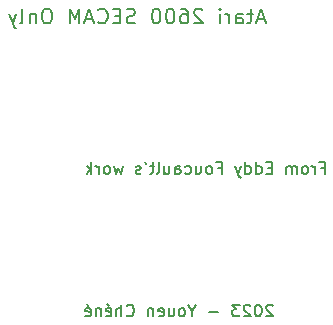
<source format=gbr>
%TF.GenerationSoftware,KiCad,Pcbnew,7.0.8*%
%TF.CreationDate,2023-10-24T07:18:53+02:00*%
%TF.ProjectId,convertisseur-video-atari-2600-secam-kit,636f6e76-6572-4746-9973-736575722d76,rev?*%
%TF.SameCoordinates,Original*%
%TF.FileFunction,Legend,Bot*%
%TF.FilePolarity,Positive*%
%FSLAX46Y46*%
G04 Gerber Fmt 4.6, Leading zero omitted, Abs format (unit mm)*
G04 Created by KiCad (PCBNEW 7.0.8) date 2023-10-24 07:18:53*
%MOMM*%
%LPD*%
G01*
G04 APERTURE LIST*
%ADD10C,0.150000*%
%ADD11C,0.200000*%
G04 APERTURE END LIST*
D10*
X109565839Y-123425057D02*
X109518220Y-123377438D01*
X109518220Y-123377438D02*
X109422982Y-123329819D01*
X109422982Y-123329819D02*
X109184887Y-123329819D01*
X109184887Y-123329819D02*
X109089649Y-123377438D01*
X109089649Y-123377438D02*
X109042030Y-123425057D01*
X109042030Y-123425057D02*
X108994411Y-123520295D01*
X108994411Y-123520295D02*
X108994411Y-123615533D01*
X108994411Y-123615533D02*
X109042030Y-123758390D01*
X109042030Y-123758390D02*
X109613458Y-124329819D01*
X109613458Y-124329819D02*
X108994411Y-124329819D01*
X108375363Y-123329819D02*
X108280125Y-123329819D01*
X108280125Y-123329819D02*
X108184887Y-123377438D01*
X108184887Y-123377438D02*
X108137268Y-123425057D01*
X108137268Y-123425057D02*
X108089649Y-123520295D01*
X108089649Y-123520295D02*
X108042030Y-123710771D01*
X108042030Y-123710771D02*
X108042030Y-123948866D01*
X108042030Y-123948866D02*
X108089649Y-124139342D01*
X108089649Y-124139342D02*
X108137268Y-124234580D01*
X108137268Y-124234580D02*
X108184887Y-124282200D01*
X108184887Y-124282200D02*
X108280125Y-124329819D01*
X108280125Y-124329819D02*
X108375363Y-124329819D01*
X108375363Y-124329819D02*
X108470601Y-124282200D01*
X108470601Y-124282200D02*
X108518220Y-124234580D01*
X108518220Y-124234580D02*
X108565839Y-124139342D01*
X108565839Y-124139342D02*
X108613458Y-123948866D01*
X108613458Y-123948866D02*
X108613458Y-123710771D01*
X108613458Y-123710771D02*
X108565839Y-123520295D01*
X108565839Y-123520295D02*
X108518220Y-123425057D01*
X108518220Y-123425057D02*
X108470601Y-123377438D01*
X108470601Y-123377438D02*
X108375363Y-123329819D01*
X107661077Y-123425057D02*
X107613458Y-123377438D01*
X107613458Y-123377438D02*
X107518220Y-123329819D01*
X107518220Y-123329819D02*
X107280125Y-123329819D01*
X107280125Y-123329819D02*
X107184887Y-123377438D01*
X107184887Y-123377438D02*
X107137268Y-123425057D01*
X107137268Y-123425057D02*
X107089649Y-123520295D01*
X107089649Y-123520295D02*
X107089649Y-123615533D01*
X107089649Y-123615533D02*
X107137268Y-123758390D01*
X107137268Y-123758390D02*
X107708696Y-124329819D01*
X107708696Y-124329819D02*
X107089649Y-124329819D01*
X106756315Y-123329819D02*
X106137268Y-123329819D01*
X106137268Y-123329819D02*
X106470601Y-123710771D01*
X106470601Y-123710771D02*
X106327744Y-123710771D01*
X106327744Y-123710771D02*
X106232506Y-123758390D01*
X106232506Y-123758390D02*
X106184887Y-123806009D01*
X106184887Y-123806009D02*
X106137268Y-123901247D01*
X106137268Y-123901247D02*
X106137268Y-124139342D01*
X106137268Y-124139342D02*
X106184887Y-124234580D01*
X106184887Y-124234580D02*
X106232506Y-124282200D01*
X106232506Y-124282200D02*
X106327744Y-124329819D01*
X106327744Y-124329819D02*
X106613458Y-124329819D01*
X106613458Y-124329819D02*
X106708696Y-124282200D01*
X106708696Y-124282200D02*
X106756315Y-124234580D01*
X104946791Y-123948866D02*
X104184887Y-123948866D01*
X102756315Y-123853628D02*
X102756315Y-124329819D01*
X103089648Y-123329819D02*
X102756315Y-123853628D01*
X102756315Y-123853628D02*
X102422982Y-123329819D01*
X101946791Y-124329819D02*
X102042029Y-124282200D01*
X102042029Y-124282200D02*
X102089648Y-124234580D01*
X102089648Y-124234580D02*
X102137267Y-124139342D01*
X102137267Y-124139342D02*
X102137267Y-123853628D01*
X102137267Y-123853628D02*
X102089648Y-123758390D01*
X102089648Y-123758390D02*
X102042029Y-123710771D01*
X102042029Y-123710771D02*
X101946791Y-123663152D01*
X101946791Y-123663152D02*
X101803934Y-123663152D01*
X101803934Y-123663152D02*
X101708696Y-123710771D01*
X101708696Y-123710771D02*
X101661077Y-123758390D01*
X101661077Y-123758390D02*
X101613458Y-123853628D01*
X101613458Y-123853628D02*
X101613458Y-124139342D01*
X101613458Y-124139342D02*
X101661077Y-124234580D01*
X101661077Y-124234580D02*
X101708696Y-124282200D01*
X101708696Y-124282200D02*
X101803934Y-124329819D01*
X101803934Y-124329819D02*
X101946791Y-124329819D01*
X100756315Y-123663152D02*
X100756315Y-124329819D01*
X101184886Y-123663152D02*
X101184886Y-124186961D01*
X101184886Y-124186961D02*
X101137267Y-124282200D01*
X101137267Y-124282200D02*
X101042029Y-124329819D01*
X101042029Y-124329819D02*
X100899172Y-124329819D01*
X100899172Y-124329819D02*
X100803934Y-124282200D01*
X100803934Y-124282200D02*
X100756315Y-124234580D01*
X99899172Y-124282200D02*
X99994410Y-124329819D01*
X99994410Y-124329819D02*
X100184886Y-124329819D01*
X100184886Y-124329819D02*
X100280124Y-124282200D01*
X100280124Y-124282200D02*
X100327743Y-124186961D01*
X100327743Y-124186961D02*
X100327743Y-123806009D01*
X100327743Y-123806009D02*
X100280124Y-123710771D01*
X100280124Y-123710771D02*
X100184886Y-123663152D01*
X100184886Y-123663152D02*
X99994410Y-123663152D01*
X99994410Y-123663152D02*
X99899172Y-123710771D01*
X99899172Y-123710771D02*
X99851553Y-123806009D01*
X99851553Y-123806009D02*
X99851553Y-123901247D01*
X99851553Y-123901247D02*
X100327743Y-123996485D01*
X99422981Y-123663152D02*
X99422981Y-124329819D01*
X99422981Y-123758390D02*
X99375362Y-123710771D01*
X99375362Y-123710771D02*
X99280124Y-123663152D01*
X99280124Y-123663152D02*
X99137267Y-123663152D01*
X99137267Y-123663152D02*
X99042029Y-123710771D01*
X99042029Y-123710771D02*
X98994410Y-123806009D01*
X98994410Y-123806009D02*
X98994410Y-124329819D01*
X97184886Y-124234580D02*
X97232505Y-124282200D01*
X97232505Y-124282200D02*
X97375362Y-124329819D01*
X97375362Y-124329819D02*
X97470600Y-124329819D01*
X97470600Y-124329819D02*
X97613457Y-124282200D01*
X97613457Y-124282200D02*
X97708695Y-124186961D01*
X97708695Y-124186961D02*
X97756314Y-124091723D01*
X97756314Y-124091723D02*
X97803933Y-123901247D01*
X97803933Y-123901247D02*
X97803933Y-123758390D01*
X97803933Y-123758390D02*
X97756314Y-123567914D01*
X97756314Y-123567914D02*
X97708695Y-123472676D01*
X97708695Y-123472676D02*
X97613457Y-123377438D01*
X97613457Y-123377438D02*
X97470600Y-123329819D01*
X97470600Y-123329819D02*
X97375362Y-123329819D01*
X97375362Y-123329819D02*
X97232505Y-123377438D01*
X97232505Y-123377438D02*
X97184886Y-123425057D01*
X96756314Y-124329819D02*
X96756314Y-123329819D01*
X96327743Y-124329819D02*
X96327743Y-123806009D01*
X96327743Y-123806009D02*
X96375362Y-123710771D01*
X96375362Y-123710771D02*
X96470600Y-123663152D01*
X96470600Y-123663152D02*
X96613457Y-123663152D01*
X96613457Y-123663152D02*
X96708695Y-123710771D01*
X96708695Y-123710771D02*
X96756314Y-123758390D01*
X95470600Y-124282200D02*
X95565838Y-124329819D01*
X95565838Y-124329819D02*
X95756314Y-124329819D01*
X95756314Y-124329819D02*
X95851552Y-124282200D01*
X95851552Y-124282200D02*
X95899171Y-124186961D01*
X95899171Y-124186961D02*
X95899171Y-123806009D01*
X95899171Y-123806009D02*
X95851552Y-123710771D01*
X95851552Y-123710771D02*
X95756314Y-123663152D01*
X95756314Y-123663152D02*
X95565838Y-123663152D01*
X95565838Y-123663152D02*
X95470600Y-123710771D01*
X95470600Y-123710771D02*
X95422981Y-123806009D01*
X95422981Y-123806009D02*
X95422981Y-123901247D01*
X95422981Y-123901247D02*
X95899171Y-123996485D01*
X95565838Y-123282200D02*
X95708695Y-123425057D01*
X94994409Y-123663152D02*
X94994409Y-124329819D01*
X94994409Y-123758390D02*
X94946790Y-123710771D01*
X94946790Y-123710771D02*
X94851552Y-123663152D01*
X94851552Y-123663152D02*
X94708695Y-123663152D01*
X94708695Y-123663152D02*
X94613457Y-123710771D01*
X94613457Y-123710771D02*
X94565838Y-123806009D01*
X94565838Y-123806009D02*
X94565838Y-124329819D01*
X93708695Y-124282200D02*
X93803933Y-124329819D01*
X93803933Y-124329819D02*
X93994409Y-124329819D01*
X93994409Y-124329819D02*
X94089647Y-124282200D01*
X94089647Y-124282200D02*
X94137266Y-124186961D01*
X94137266Y-124186961D02*
X94137266Y-123806009D01*
X94137266Y-123806009D02*
X94089647Y-123710771D01*
X94089647Y-123710771D02*
X93994409Y-123663152D01*
X93994409Y-123663152D02*
X93803933Y-123663152D01*
X93803933Y-123663152D02*
X93708695Y-123710771D01*
X93708695Y-123710771D02*
X93661076Y-123806009D01*
X93661076Y-123806009D02*
X93661076Y-123901247D01*
X93661076Y-123901247D02*
X94137266Y-123996485D01*
X93803933Y-123282200D02*
X93946790Y-123425057D01*
D11*
X108850326Y-99174480D02*
X108255088Y-99174480D01*
X108969374Y-99531623D02*
X108552707Y-98281623D01*
X108552707Y-98281623D02*
X108136041Y-99531623D01*
X107897945Y-98698290D02*
X107421754Y-98698290D01*
X107719373Y-98281623D02*
X107719373Y-99353052D01*
X107719373Y-99353052D02*
X107659850Y-99472100D01*
X107659850Y-99472100D02*
X107540802Y-99531623D01*
X107540802Y-99531623D02*
X107421754Y-99531623D01*
X106469373Y-99531623D02*
X106469373Y-98876861D01*
X106469373Y-98876861D02*
X106528897Y-98757814D01*
X106528897Y-98757814D02*
X106647945Y-98698290D01*
X106647945Y-98698290D02*
X106886040Y-98698290D01*
X106886040Y-98698290D02*
X107005087Y-98757814D01*
X106469373Y-99472100D02*
X106588421Y-99531623D01*
X106588421Y-99531623D02*
X106886040Y-99531623D01*
X106886040Y-99531623D02*
X107005087Y-99472100D01*
X107005087Y-99472100D02*
X107064611Y-99353052D01*
X107064611Y-99353052D02*
X107064611Y-99234004D01*
X107064611Y-99234004D02*
X107005087Y-99114957D01*
X107005087Y-99114957D02*
X106886040Y-99055433D01*
X106886040Y-99055433D02*
X106588421Y-99055433D01*
X106588421Y-99055433D02*
X106469373Y-98995909D01*
X105874135Y-99531623D02*
X105874135Y-98698290D01*
X105874135Y-98936385D02*
X105814612Y-98817338D01*
X105814612Y-98817338D02*
X105755088Y-98757814D01*
X105755088Y-98757814D02*
X105636040Y-98698290D01*
X105636040Y-98698290D02*
X105516993Y-98698290D01*
X105100325Y-99531623D02*
X105100325Y-98698290D01*
X105100325Y-98281623D02*
X105159849Y-98341147D01*
X105159849Y-98341147D02*
X105100325Y-98400671D01*
X105100325Y-98400671D02*
X105040802Y-98341147D01*
X105040802Y-98341147D02*
X105100325Y-98281623D01*
X105100325Y-98281623D02*
X105100325Y-98400671D01*
X103612230Y-98400671D02*
X103552706Y-98341147D01*
X103552706Y-98341147D02*
X103433659Y-98281623D01*
X103433659Y-98281623D02*
X103136040Y-98281623D01*
X103136040Y-98281623D02*
X103016992Y-98341147D01*
X103016992Y-98341147D02*
X102957468Y-98400671D01*
X102957468Y-98400671D02*
X102897945Y-98519719D01*
X102897945Y-98519719D02*
X102897945Y-98638766D01*
X102897945Y-98638766D02*
X102957468Y-98817338D01*
X102957468Y-98817338D02*
X103671754Y-99531623D01*
X103671754Y-99531623D02*
X102897945Y-99531623D01*
X101826516Y-98281623D02*
X102064611Y-98281623D01*
X102064611Y-98281623D02*
X102183659Y-98341147D01*
X102183659Y-98341147D02*
X102243183Y-98400671D01*
X102243183Y-98400671D02*
X102362230Y-98579242D01*
X102362230Y-98579242D02*
X102421754Y-98817338D01*
X102421754Y-98817338D02*
X102421754Y-99293528D01*
X102421754Y-99293528D02*
X102362230Y-99412576D01*
X102362230Y-99412576D02*
X102302707Y-99472100D01*
X102302707Y-99472100D02*
X102183659Y-99531623D01*
X102183659Y-99531623D02*
X101945564Y-99531623D01*
X101945564Y-99531623D02*
X101826516Y-99472100D01*
X101826516Y-99472100D02*
X101766992Y-99412576D01*
X101766992Y-99412576D02*
X101707469Y-99293528D01*
X101707469Y-99293528D02*
X101707469Y-98995909D01*
X101707469Y-98995909D02*
X101766992Y-98876861D01*
X101766992Y-98876861D02*
X101826516Y-98817338D01*
X101826516Y-98817338D02*
X101945564Y-98757814D01*
X101945564Y-98757814D02*
X102183659Y-98757814D01*
X102183659Y-98757814D02*
X102302707Y-98817338D01*
X102302707Y-98817338D02*
X102362230Y-98876861D01*
X102362230Y-98876861D02*
X102421754Y-98995909D01*
X100933659Y-98281623D02*
X100814612Y-98281623D01*
X100814612Y-98281623D02*
X100695564Y-98341147D01*
X100695564Y-98341147D02*
X100636040Y-98400671D01*
X100636040Y-98400671D02*
X100576516Y-98519719D01*
X100576516Y-98519719D02*
X100516993Y-98757814D01*
X100516993Y-98757814D02*
X100516993Y-99055433D01*
X100516993Y-99055433D02*
X100576516Y-99293528D01*
X100576516Y-99293528D02*
X100636040Y-99412576D01*
X100636040Y-99412576D02*
X100695564Y-99472100D01*
X100695564Y-99472100D02*
X100814612Y-99531623D01*
X100814612Y-99531623D02*
X100933659Y-99531623D01*
X100933659Y-99531623D02*
X101052707Y-99472100D01*
X101052707Y-99472100D02*
X101112231Y-99412576D01*
X101112231Y-99412576D02*
X101171754Y-99293528D01*
X101171754Y-99293528D02*
X101231278Y-99055433D01*
X101231278Y-99055433D02*
X101231278Y-98757814D01*
X101231278Y-98757814D02*
X101171754Y-98519719D01*
X101171754Y-98519719D02*
X101112231Y-98400671D01*
X101112231Y-98400671D02*
X101052707Y-98341147D01*
X101052707Y-98341147D02*
X100933659Y-98281623D01*
X99743183Y-98281623D02*
X99624136Y-98281623D01*
X99624136Y-98281623D02*
X99505088Y-98341147D01*
X99505088Y-98341147D02*
X99445564Y-98400671D01*
X99445564Y-98400671D02*
X99386040Y-98519719D01*
X99386040Y-98519719D02*
X99326517Y-98757814D01*
X99326517Y-98757814D02*
X99326517Y-99055433D01*
X99326517Y-99055433D02*
X99386040Y-99293528D01*
X99386040Y-99293528D02*
X99445564Y-99412576D01*
X99445564Y-99412576D02*
X99505088Y-99472100D01*
X99505088Y-99472100D02*
X99624136Y-99531623D01*
X99624136Y-99531623D02*
X99743183Y-99531623D01*
X99743183Y-99531623D02*
X99862231Y-99472100D01*
X99862231Y-99472100D02*
X99921755Y-99412576D01*
X99921755Y-99412576D02*
X99981278Y-99293528D01*
X99981278Y-99293528D02*
X100040802Y-99055433D01*
X100040802Y-99055433D02*
X100040802Y-98757814D01*
X100040802Y-98757814D02*
X99981278Y-98519719D01*
X99981278Y-98519719D02*
X99921755Y-98400671D01*
X99921755Y-98400671D02*
X99862231Y-98341147D01*
X99862231Y-98341147D02*
X99743183Y-98281623D01*
X97897945Y-99472100D02*
X97719374Y-99531623D01*
X97719374Y-99531623D02*
X97421755Y-99531623D01*
X97421755Y-99531623D02*
X97302707Y-99472100D01*
X97302707Y-99472100D02*
X97243183Y-99412576D01*
X97243183Y-99412576D02*
X97183660Y-99293528D01*
X97183660Y-99293528D02*
X97183660Y-99174480D01*
X97183660Y-99174480D02*
X97243183Y-99055433D01*
X97243183Y-99055433D02*
X97302707Y-98995909D01*
X97302707Y-98995909D02*
X97421755Y-98936385D01*
X97421755Y-98936385D02*
X97659850Y-98876861D01*
X97659850Y-98876861D02*
X97778898Y-98817338D01*
X97778898Y-98817338D02*
X97838421Y-98757814D01*
X97838421Y-98757814D02*
X97897945Y-98638766D01*
X97897945Y-98638766D02*
X97897945Y-98519719D01*
X97897945Y-98519719D02*
X97838421Y-98400671D01*
X97838421Y-98400671D02*
X97778898Y-98341147D01*
X97778898Y-98341147D02*
X97659850Y-98281623D01*
X97659850Y-98281623D02*
X97362231Y-98281623D01*
X97362231Y-98281623D02*
X97183660Y-98341147D01*
X96647945Y-98876861D02*
X96231279Y-98876861D01*
X96052707Y-99531623D02*
X96647945Y-99531623D01*
X96647945Y-99531623D02*
X96647945Y-98281623D01*
X96647945Y-98281623D02*
X96052707Y-98281623D01*
X94802708Y-99412576D02*
X94862232Y-99472100D01*
X94862232Y-99472100D02*
X95040803Y-99531623D01*
X95040803Y-99531623D02*
X95159851Y-99531623D01*
X95159851Y-99531623D02*
X95338422Y-99472100D01*
X95338422Y-99472100D02*
X95457470Y-99353052D01*
X95457470Y-99353052D02*
X95516993Y-99234004D01*
X95516993Y-99234004D02*
X95576517Y-98995909D01*
X95576517Y-98995909D02*
X95576517Y-98817338D01*
X95576517Y-98817338D02*
X95516993Y-98579242D01*
X95516993Y-98579242D02*
X95457470Y-98460195D01*
X95457470Y-98460195D02*
X95338422Y-98341147D01*
X95338422Y-98341147D02*
X95159851Y-98281623D01*
X95159851Y-98281623D02*
X95040803Y-98281623D01*
X95040803Y-98281623D02*
X94862232Y-98341147D01*
X94862232Y-98341147D02*
X94802708Y-98400671D01*
X94326517Y-99174480D02*
X93731279Y-99174480D01*
X94445565Y-99531623D02*
X94028898Y-98281623D01*
X94028898Y-98281623D02*
X93612232Y-99531623D01*
X93195564Y-99531623D02*
X93195564Y-98281623D01*
X93195564Y-98281623D02*
X92778898Y-99174480D01*
X92778898Y-99174480D02*
X92362231Y-98281623D01*
X92362231Y-98281623D02*
X92362231Y-99531623D01*
X90576517Y-98281623D02*
X90338422Y-98281623D01*
X90338422Y-98281623D02*
X90219374Y-98341147D01*
X90219374Y-98341147D02*
X90100327Y-98460195D01*
X90100327Y-98460195D02*
X90040803Y-98698290D01*
X90040803Y-98698290D02*
X90040803Y-99114957D01*
X90040803Y-99114957D02*
X90100327Y-99353052D01*
X90100327Y-99353052D02*
X90219374Y-99472100D01*
X90219374Y-99472100D02*
X90338422Y-99531623D01*
X90338422Y-99531623D02*
X90576517Y-99531623D01*
X90576517Y-99531623D02*
X90695565Y-99472100D01*
X90695565Y-99472100D02*
X90814612Y-99353052D01*
X90814612Y-99353052D02*
X90874136Y-99114957D01*
X90874136Y-99114957D02*
X90874136Y-98698290D01*
X90874136Y-98698290D02*
X90814612Y-98460195D01*
X90814612Y-98460195D02*
X90695565Y-98341147D01*
X90695565Y-98341147D02*
X90576517Y-98281623D01*
X89505088Y-98698290D02*
X89505088Y-99531623D01*
X89505088Y-98817338D02*
X89445565Y-98757814D01*
X89445565Y-98757814D02*
X89326517Y-98698290D01*
X89326517Y-98698290D02*
X89147946Y-98698290D01*
X89147946Y-98698290D02*
X89028898Y-98757814D01*
X89028898Y-98757814D02*
X88969374Y-98876861D01*
X88969374Y-98876861D02*
X88969374Y-99531623D01*
X88195565Y-99531623D02*
X88314613Y-99472100D01*
X88314613Y-99472100D02*
X88374136Y-99353052D01*
X88374136Y-99353052D02*
X88374136Y-98281623D01*
X87838422Y-98698290D02*
X87540803Y-99531623D01*
X87243184Y-98698290D02*
X87540803Y-99531623D01*
X87540803Y-99531623D02*
X87659851Y-99829242D01*
X87659851Y-99829242D02*
X87719374Y-99888766D01*
X87719374Y-99888766D02*
X87838422Y-99948290D01*
D10*
X113629887Y-111741009D02*
X113963220Y-111741009D01*
X113963220Y-112264819D02*
X113963220Y-111264819D01*
X113963220Y-111264819D02*
X113487030Y-111264819D01*
X113106077Y-112264819D02*
X113106077Y-111598152D01*
X113106077Y-111788628D02*
X113058458Y-111693390D01*
X113058458Y-111693390D02*
X113010839Y-111645771D01*
X113010839Y-111645771D02*
X112915601Y-111598152D01*
X112915601Y-111598152D02*
X112820363Y-111598152D01*
X112344172Y-112264819D02*
X112439410Y-112217200D01*
X112439410Y-112217200D02*
X112487029Y-112169580D01*
X112487029Y-112169580D02*
X112534648Y-112074342D01*
X112534648Y-112074342D02*
X112534648Y-111788628D01*
X112534648Y-111788628D02*
X112487029Y-111693390D01*
X112487029Y-111693390D02*
X112439410Y-111645771D01*
X112439410Y-111645771D02*
X112344172Y-111598152D01*
X112344172Y-111598152D02*
X112201315Y-111598152D01*
X112201315Y-111598152D02*
X112106077Y-111645771D01*
X112106077Y-111645771D02*
X112058458Y-111693390D01*
X112058458Y-111693390D02*
X112010839Y-111788628D01*
X112010839Y-111788628D02*
X112010839Y-112074342D01*
X112010839Y-112074342D02*
X112058458Y-112169580D01*
X112058458Y-112169580D02*
X112106077Y-112217200D01*
X112106077Y-112217200D02*
X112201315Y-112264819D01*
X112201315Y-112264819D02*
X112344172Y-112264819D01*
X111582267Y-112264819D02*
X111582267Y-111598152D01*
X111582267Y-111693390D02*
X111534648Y-111645771D01*
X111534648Y-111645771D02*
X111439410Y-111598152D01*
X111439410Y-111598152D02*
X111296553Y-111598152D01*
X111296553Y-111598152D02*
X111201315Y-111645771D01*
X111201315Y-111645771D02*
X111153696Y-111741009D01*
X111153696Y-111741009D02*
X111153696Y-112264819D01*
X111153696Y-111741009D02*
X111106077Y-111645771D01*
X111106077Y-111645771D02*
X111010839Y-111598152D01*
X111010839Y-111598152D02*
X110867982Y-111598152D01*
X110867982Y-111598152D02*
X110772743Y-111645771D01*
X110772743Y-111645771D02*
X110725124Y-111741009D01*
X110725124Y-111741009D02*
X110725124Y-112264819D01*
X109487029Y-111741009D02*
X109153696Y-111741009D01*
X109010839Y-112264819D02*
X109487029Y-112264819D01*
X109487029Y-112264819D02*
X109487029Y-111264819D01*
X109487029Y-111264819D02*
X109010839Y-111264819D01*
X108153696Y-112264819D02*
X108153696Y-111264819D01*
X108153696Y-112217200D02*
X108248934Y-112264819D01*
X108248934Y-112264819D02*
X108439410Y-112264819D01*
X108439410Y-112264819D02*
X108534648Y-112217200D01*
X108534648Y-112217200D02*
X108582267Y-112169580D01*
X108582267Y-112169580D02*
X108629886Y-112074342D01*
X108629886Y-112074342D02*
X108629886Y-111788628D01*
X108629886Y-111788628D02*
X108582267Y-111693390D01*
X108582267Y-111693390D02*
X108534648Y-111645771D01*
X108534648Y-111645771D02*
X108439410Y-111598152D01*
X108439410Y-111598152D02*
X108248934Y-111598152D01*
X108248934Y-111598152D02*
X108153696Y-111645771D01*
X107248934Y-112264819D02*
X107248934Y-111264819D01*
X107248934Y-112217200D02*
X107344172Y-112264819D01*
X107344172Y-112264819D02*
X107534648Y-112264819D01*
X107534648Y-112264819D02*
X107629886Y-112217200D01*
X107629886Y-112217200D02*
X107677505Y-112169580D01*
X107677505Y-112169580D02*
X107725124Y-112074342D01*
X107725124Y-112074342D02*
X107725124Y-111788628D01*
X107725124Y-111788628D02*
X107677505Y-111693390D01*
X107677505Y-111693390D02*
X107629886Y-111645771D01*
X107629886Y-111645771D02*
X107534648Y-111598152D01*
X107534648Y-111598152D02*
X107344172Y-111598152D01*
X107344172Y-111598152D02*
X107248934Y-111645771D01*
X106867981Y-111598152D02*
X106629886Y-112264819D01*
X106391791Y-111598152D02*
X106629886Y-112264819D01*
X106629886Y-112264819D02*
X106725124Y-112502914D01*
X106725124Y-112502914D02*
X106772743Y-112550533D01*
X106772743Y-112550533D02*
X106867981Y-112598152D01*
X104915600Y-111741009D02*
X105248933Y-111741009D01*
X105248933Y-112264819D02*
X105248933Y-111264819D01*
X105248933Y-111264819D02*
X104772743Y-111264819D01*
X104248933Y-112264819D02*
X104344171Y-112217200D01*
X104344171Y-112217200D02*
X104391790Y-112169580D01*
X104391790Y-112169580D02*
X104439409Y-112074342D01*
X104439409Y-112074342D02*
X104439409Y-111788628D01*
X104439409Y-111788628D02*
X104391790Y-111693390D01*
X104391790Y-111693390D02*
X104344171Y-111645771D01*
X104344171Y-111645771D02*
X104248933Y-111598152D01*
X104248933Y-111598152D02*
X104106076Y-111598152D01*
X104106076Y-111598152D02*
X104010838Y-111645771D01*
X104010838Y-111645771D02*
X103963219Y-111693390D01*
X103963219Y-111693390D02*
X103915600Y-111788628D01*
X103915600Y-111788628D02*
X103915600Y-112074342D01*
X103915600Y-112074342D02*
X103963219Y-112169580D01*
X103963219Y-112169580D02*
X104010838Y-112217200D01*
X104010838Y-112217200D02*
X104106076Y-112264819D01*
X104106076Y-112264819D02*
X104248933Y-112264819D01*
X103058457Y-111598152D02*
X103058457Y-112264819D01*
X103487028Y-111598152D02*
X103487028Y-112121961D01*
X103487028Y-112121961D02*
X103439409Y-112217200D01*
X103439409Y-112217200D02*
X103344171Y-112264819D01*
X103344171Y-112264819D02*
X103201314Y-112264819D01*
X103201314Y-112264819D02*
X103106076Y-112217200D01*
X103106076Y-112217200D02*
X103058457Y-112169580D01*
X102153695Y-112217200D02*
X102248933Y-112264819D01*
X102248933Y-112264819D02*
X102439409Y-112264819D01*
X102439409Y-112264819D02*
X102534647Y-112217200D01*
X102534647Y-112217200D02*
X102582266Y-112169580D01*
X102582266Y-112169580D02*
X102629885Y-112074342D01*
X102629885Y-112074342D02*
X102629885Y-111788628D01*
X102629885Y-111788628D02*
X102582266Y-111693390D01*
X102582266Y-111693390D02*
X102534647Y-111645771D01*
X102534647Y-111645771D02*
X102439409Y-111598152D01*
X102439409Y-111598152D02*
X102248933Y-111598152D01*
X102248933Y-111598152D02*
X102153695Y-111645771D01*
X101296552Y-112264819D02*
X101296552Y-111741009D01*
X101296552Y-111741009D02*
X101344171Y-111645771D01*
X101344171Y-111645771D02*
X101439409Y-111598152D01*
X101439409Y-111598152D02*
X101629885Y-111598152D01*
X101629885Y-111598152D02*
X101725123Y-111645771D01*
X101296552Y-112217200D02*
X101391790Y-112264819D01*
X101391790Y-112264819D02*
X101629885Y-112264819D01*
X101629885Y-112264819D02*
X101725123Y-112217200D01*
X101725123Y-112217200D02*
X101772742Y-112121961D01*
X101772742Y-112121961D02*
X101772742Y-112026723D01*
X101772742Y-112026723D02*
X101725123Y-111931485D01*
X101725123Y-111931485D02*
X101629885Y-111883866D01*
X101629885Y-111883866D02*
X101391790Y-111883866D01*
X101391790Y-111883866D02*
X101296552Y-111836247D01*
X100391790Y-111598152D02*
X100391790Y-112264819D01*
X100820361Y-111598152D02*
X100820361Y-112121961D01*
X100820361Y-112121961D02*
X100772742Y-112217200D01*
X100772742Y-112217200D02*
X100677504Y-112264819D01*
X100677504Y-112264819D02*
X100534647Y-112264819D01*
X100534647Y-112264819D02*
X100439409Y-112217200D01*
X100439409Y-112217200D02*
X100391790Y-112169580D01*
X99772742Y-112264819D02*
X99867980Y-112217200D01*
X99867980Y-112217200D02*
X99915599Y-112121961D01*
X99915599Y-112121961D02*
X99915599Y-111264819D01*
X99534646Y-111598152D02*
X99153694Y-111598152D01*
X99391789Y-111264819D02*
X99391789Y-112121961D01*
X99391789Y-112121961D02*
X99344170Y-112217200D01*
X99344170Y-112217200D02*
X99248932Y-112264819D01*
X99248932Y-112264819D02*
X99153694Y-112264819D01*
X98772741Y-111264819D02*
X98867979Y-111455295D01*
X98391789Y-112217200D02*
X98296551Y-112264819D01*
X98296551Y-112264819D02*
X98106075Y-112264819D01*
X98106075Y-112264819D02*
X98010837Y-112217200D01*
X98010837Y-112217200D02*
X97963218Y-112121961D01*
X97963218Y-112121961D02*
X97963218Y-112074342D01*
X97963218Y-112074342D02*
X98010837Y-111979104D01*
X98010837Y-111979104D02*
X98106075Y-111931485D01*
X98106075Y-111931485D02*
X98248932Y-111931485D01*
X98248932Y-111931485D02*
X98344170Y-111883866D01*
X98344170Y-111883866D02*
X98391789Y-111788628D01*
X98391789Y-111788628D02*
X98391789Y-111741009D01*
X98391789Y-111741009D02*
X98344170Y-111645771D01*
X98344170Y-111645771D02*
X98248932Y-111598152D01*
X98248932Y-111598152D02*
X98106075Y-111598152D01*
X98106075Y-111598152D02*
X98010837Y-111645771D01*
X96867979Y-111598152D02*
X96677503Y-112264819D01*
X96677503Y-112264819D02*
X96487027Y-111788628D01*
X96487027Y-111788628D02*
X96296551Y-112264819D01*
X96296551Y-112264819D02*
X96106075Y-111598152D01*
X95582265Y-112264819D02*
X95677503Y-112217200D01*
X95677503Y-112217200D02*
X95725122Y-112169580D01*
X95725122Y-112169580D02*
X95772741Y-112074342D01*
X95772741Y-112074342D02*
X95772741Y-111788628D01*
X95772741Y-111788628D02*
X95725122Y-111693390D01*
X95725122Y-111693390D02*
X95677503Y-111645771D01*
X95677503Y-111645771D02*
X95582265Y-111598152D01*
X95582265Y-111598152D02*
X95439408Y-111598152D01*
X95439408Y-111598152D02*
X95344170Y-111645771D01*
X95344170Y-111645771D02*
X95296551Y-111693390D01*
X95296551Y-111693390D02*
X95248932Y-111788628D01*
X95248932Y-111788628D02*
X95248932Y-112074342D01*
X95248932Y-112074342D02*
X95296551Y-112169580D01*
X95296551Y-112169580D02*
X95344170Y-112217200D01*
X95344170Y-112217200D02*
X95439408Y-112264819D01*
X95439408Y-112264819D02*
X95582265Y-112264819D01*
X94820360Y-112264819D02*
X94820360Y-111598152D01*
X94820360Y-111788628D02*
X94772741Y-111693390D01*
X94772741Y-111693390D02*
X94725122Y-111645771D01*
X94725122Y-111645771D02*
X94629884Y-111598152D01*
X94629884Y-111598152D02*
X94534646Y-111598152D01*
X94201312Y-112264819D02*
X94201312Y-111264819D01*
X94106074Y-111883866D02*
X93820360Y-112264819D01*
X93820360Y-111598152D02*
X94201312Y-111979104D01*
M02*

</source>
